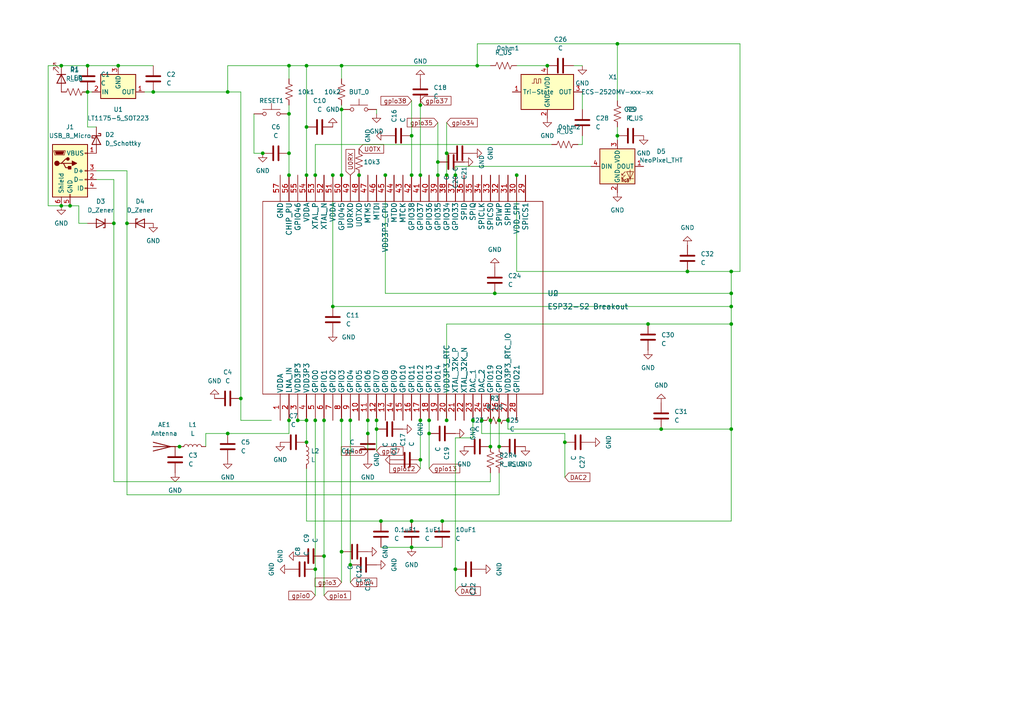
<source format=kicad_sch>
(kicad_sch (version 20230121) (generator eeschema)
  (paper "A4")
  (lib_symbols
    (symbol "2023-03-06_19-39-08:ESP32-S2FN4R2" (pin_names (offset 0.254))
      (property "Reference" "U" (at 35.56 10.16 0))
      (property "Value" "ESP32-S2FN4R2" (at 35.56 7.62 0))
      (symbol "ESP32-S2FN4R2_1_1"
        (polyline (pts (xy 7.62 -76.2) (xy 63.5 -76.2)) (stroke (width 0.127)))
        (polyline (pts (xy 7.62 5.08) (xy 7.62 -76.2)) (stroke (width 0.127)))
        (polyline (pts (xy 63.5 -76.2) (xy 63.5 5.08)) (stroke (width 0.127)))
        (polyline (pts (xy 63.5 5.08) (xy 7.62 5.08)) (stroke (width 0.127)))
        (pin power_in line (at 0 0 0) (length 7.62) (name "VDDA") (number "1"))
        (pin bidirectional line (at 0 -22.86 0) (length 7.62) (name "GPIO5") (number "10"))
        (pin bidirectional line (at 0 -25.4 0) (length 7.62) (name "GPIO6") (number "11"))
        (pin bidirectional line (at 0 -27.94 0) (length 7.62) (name "GPIO7") (number "12"))
        (pin bidirectional line (at 0 -30.48 0) (length 7.62) (name "GPIO8") (number "13"))
        (pin bidirectional line (at 0 -33.02 0) (length 7.62) (name "GPIO9") (number "14"))
        (pin bidirectional line (at 0 -35.56 0) (length 7.62) (name "GPIO10") (number "15"))
        (pin bidirectional line (at 0 -38.1 0) (length 7.62) (name "GPIO11") (number "16"))
        (pin bidirectional line (at 0 -40.64 0) (length 7.62) (name "GPIO12") (number "17"))
        (pin bidirectional line (at 0 -43.18 0) (length 7.62) (name "GPIO13") (number "18"))
        (pin bidirectional line (at 0 -45.72 0) (length 7.62) (name "GPIO14") (number "19"))
        (pin bidirectional line (at 0 -2.54 0) (length 7.62) (name "LNA_IN") (number "2"))
        (pin power_in line (at 0 -48.26 0) (length 7.62) (name "VDD3P3_RTC") (number "20"))
        (pin bidirectional line (at 0 -50.8 0) (length 7.62) (name "XTAL_32K_P") (number "21"))
        (pin bidirectional line (at 0 -53.34 0) (length 7.62) (name "XTAL_32K_N") (number "22"))
        (pin bidirectional line (at 0 -55.88 0) (length 7.62) (name "DAC_1") (number "23"))
        (pin bidirectional line (at 0 -58.42 0) (length 7.62) (name "DAC_2") (number "24"))
        (pin bidirectional line (at 0 -60.96 0) (length 7.62) (name "GPIO19") (number "25"))
        (pin bidirectional line (at 0 -63.5 0) (length 7.62) (name "GPIO20") (number "26"))
        (pin power_in line (at 0 -66.04 0) (length 7.62) (name "VDD3P3_RTC_IO") (number "27"))
        (pin bidirectional line (at 0 -68.58 0) (length 7.62) (name "GPIO21") (number "28"))
        (pin bidirectional line (at 71.12 -71.12 180) (length 7.62) (name "SPICS1") (number "29"))
        (pin power_in line (at 0 -5.08 0) (length 7.62) (name "VDD3P3") (number "3"))
        (pin power_in line (at 71.12 -68.58 180) (length 7.62) (name "VDD_SPI") (number "30"))
        (pin bidirectional line (at 71.12 -66.04 180) (length 7.62) (name "SPIHD") (number "31"))
        (pin bidirectional line (at 71.12 -63.5 180) (length 7.62) (name "SPIWP") (number "32"))
        (pin bidirectional line (at 71.12 -60.96 180) (length 7.62) (name "SPICS0") (number "33"))
        (pin bidirectional line (at 71.12 -58.42 180) (length 7.62) (name "SPICLK") (number "34"))
        (pin bidirectional line (at 71.12 -55.88 180) (length 7.62) (name "SPIQ") (number "35"))
        (pin bidirectional line (at 71.12 -53.34 180) (length 7.62) (name "SPID") (number "36"))
        (pin bidirectional line (at 71.12 -50.8 180) (length 7.62) (name "GPIO33") (number "37"))
        (pin bidirectional line (at 71.12 -48.26 180) (length 7.62) (name "GPIO34") (number "38"))
        (pin bidirectional line (at 71.12 -45.72 180) (length 7.62) (name "GPIO35") (number "39"))
        (pin power_in line (at 0 -7.62 0) (length 7.62) (name "VDD3P3") (number "4"))
        (pin bidirectional line (at 71.12 -43.18 180) (length 7.62) (name "GPIO36") (number "40"))
        (pin bidirectional line (at 71.12 -40.64 180) (length 7.62) (name "GPIO37") (number "41"))
        (pin bidirectional line (at 71.12 -38.1 180) (length 7.62) (name "GPIO38") (number "42"))
        (pin bidirectional line (at 71.12 -35.56 180) (length 7.62) (name "MTCK") (number "43"))
        (pin bidirectional line (at 71.12 -33.02 180) (length 7.62) (name "MTD0") (number "44"))
        (pin power_in line (at 71.12 -30.48 180) (length 7.62) (name "VDD3P3_CPU") (number "45"))
        (pin bidirectional line (at 71.12 -27.94 180) (length 7.62) (name "MTDI") (number "46"))
        (pin bidirectional line (at 71.12 -25.4 180) (length 7.62) (name "MTMS") (number "47"))
        (pin bidirectional line (at 71.12 -22.86 180) (length 7.62) (name "U0TXD") (number "48"))
        (pin bidirectional line (at 71.12 -20.32 180) (length 7.62) (name "U0RXD") (number "49"))
        (pin bidirectional line (at 0 -10.16 0) (length 7.62) (name "GPIO0") (number "5"))
        (pin bidirectional line (at 71.12 -17.78 180) (length 7.62) (name "GPIO45") (number "50"))
        (pin power_in line (at 71.12 -15.24 180) (length 7.62) (name "VDDA") (number "51"))
        (pin output line (at 71.12 -12.7 180) (length 7.62) (name "XTAL_N") (number "52"))
        (pin input line (at 71.12 -10.16 180) (length 7.62) (name "XTAL_P") (number "53"))
        (pin power_in line (at 71.12 -7.62 180) (length 7.62) (name "VDDA") (number "54"))
        (pin input line (at 71.12 -5.08 180) (length 7.62) (name "GPIO46") (number "55"))
        (pin input line (at 71.12 -2.54 180) (length 7.62) (name "CHIP_PU") (number "56"))
        (pin power_in line (at 71.12 0 180) (length 7.62) (name "GND") (number "57"))
        (pin bidirectional line (at 0 -12.7 0) (length 7.62) (name "GPIO1") (number "6"))
        (pin bidirectional line (at 0 -15.24 0) (length 7.62) (name "GPIO2") (number "7"))
        (pin bidirectional line (at 0 -17.78 0) (length 7.62) (name "GPIO3") (number "8"))
        (pin bidirectional line (at 0 -20.32 0) (length 7.62) (name "GPIO4") (number "9"))
      )
    )
    (symbol "Connector:USB_B_Micro" (pin_names (offset 1.016))
      (property "Reference" "J" (at -5.08 11.43 0))
      (property "Value" "USB_B_Micro" (at -5.08 8.89 0))
      (symbol "USB_B_Micro_0_1"
        (rectangle (start -5.08 -7.62) (end 5.08 7.62) (stroke (width 0.254)) (fill (type background)))
        (circle (center -3.81 2.159) (radius 0.635) (stroke (width 0.254)) (fill (type outline)))
        (circle (center -0.635 3.429) (radius 0.381) (stroke (width 0.254)) (fill (type outline)))
        (rectangle (start -0.127 -7.62) (end 0.127 -6.858))
        (polyline (pts (xy -1.905 2.159) (xy 0.635 2.159)) (stroke (width 0.254)))
        (polyline (pts (xy -3.175 2.159) (xy -2.54 2.159) (xy -1.27 3.429) (xy -0.635 3.429)) (stroke (width 0.254)))
        (polyline (pts (xy -2.54 2.159) (xy -1.905 2.159) (xy -1.27 0.889) (xy 0 0.889)) (stroke (width 0.254)))
        (polyline (pts (xy 0.635 2.794) (xy 0.635 1.524) (xy 1.905 2.159) (xy 0.635 2.794)) (stroke (width 0.254)) (fill (type outline)))
        (polyline (pts (xy -4.318 5.588) (xy -1.778 5.588) (xy -2.032 4.826) (xy -4.064 4.826) (xy -4.318 5.588)) (fill (type outline)))
        (polyline (pts (xy -4.699 5.842) (xy -4.699 5.588) (xy -4.445 4.826) (xy -4.445 4.572) (xy -1.651 4.572) (xy -1.651 4.826) (xy -1.397 5.588) (xy -1.397 5.842) (xy -4.699 5.842)))
        (rectangle (start 0.254 1.27) (end -0.508 0.508) (stroke (width 0.254)) (fill (type outline)))
        (rectangle (start 5.08 -5.207) (end 4.318 -4.953))
        (rectangle (start 5.08 -2.667) (end 4.318 -2.413))
        (rectangle (start 5.08 -0.127) (end 4.318 0.127))
        (rectangle (start 5.08 4.953) (end 4.318 5.207))
      )
      (symbol "USB_B_Micro_1_1"
        (pin power_out line (at 7.62 5.08 180) (length 2.54) (name "VBUS") (number "1"))
        (pin bidirectional line (at 7.62 -2.54 180) (length 2.54) (name "D-") (number "2"))
        (pin bidirectional line (at 7.62 0 180) (length 2.54) (name "D+") (number "3"))
        (pin passive line (at 7.62 -5.08 180) (length 2.54) (name "ID") (number "4"))
        (pin power_out line (at 0 -10.16 90) (length 2.54) (name "GND") (number "5"))
        (pin passive line (at -2.54 -10.16 90) (length 2.54) (name "Shield") (number "6"))
      )
    )
    (symbol "Device:Antenna" (pin_numbers hide) (pin_names (offset 1.016) hide)
      (property "Reference" "AE" (at -1.905 1.905 0))
      (property "Value" "Antenna" (at -1.905 0 0))
      (symbol "Antenna_0_1"
        (polyline (pts (xy 0 2.54) (xy 0 -3.81)) (stroke (width 0.254)))
        (polyline (pts (xy 1.27 2.54) (xy 0 -2.54) (xy -1.27 2.54)) (stroke (width 0.254)))
      )
      (symbol "Antenna_1_1"
        (pin input line (at 0 -5.08 90) (length 2.54) (name "A") (number "1"))
      )
    )
    (symbol "Device:C" (pin_numbers hide) (pin_names (offset 0.254))
      (property "Reference" "C" (at 0.635 2.54 0))
      (property "Value" "C" (at 0.635 -2.54 0))
      (symbol "C_0_1"
        (polyline (pts (xy -2.032 -0.762) (xy 2.032 -0.762)) (stroke (width 0.508)))
        (polyline (pts (xy -2.032 0.762) (xy 2.032 0.762)) (stroke (width 0.508)))
      )
      (symbol "C_1_1"
        (pin passive line (at 0 3.81 270) (length 2.794) (name "~") (number "1"))
        (pin passive line (at 0 -3.81 90) (length 2.794) (name "~") (number "2"))
      )
    )
    (symbol "Device:D_Schottky" (pin_numbers hide) (pin_names (offset 1.016) hide)
      (property "Reference" "D" (at 0 2.54 0))
      (property "Value" "D_Schottky" (at 0 -2.54 0))
      (symbol "D_Schottky_0_1"
        (polyline (pts (xy 1.27 0) (xy -1.27 0)))
        (polyline (pts (xy 1.27 1.27) (xy 1.27 -1.27) (xy -1.27 0) (xy 1.27 1.27)) (stroke (width 0.254)))
        (polyline (pts (xy -1.905 0.635) (xy -1.905 1.27) (xy -1.27 1.27) (xy -1.27 -1.27) (xy -0.635 -1.27) (xy -0.635 -0.635)) (stroke (width 0.254)))
      )
      (symbol "D_Schottky_1_1"
        (pin passive line (at -3.81 0 0) (length 2.54) (name "K") (number "1"))
        (pin passive line (at 3.81 0 180) (length 2.54) (name "A") (number "2"))
      )
    )
    (symbol "Device:D_Zener" (pin_numbers hide) (pin_names (offset 1.016) hide)
      (property "Reference" "D" (at 0 2.54 0))
      (property "Value" "D_Zener" (at 0 -2.54 0))
      (symbol "D_Zener_0_1"
        (polyline (pts (xy 1.27 0) (xy -1.27 0)))
        (polyline (pts (xy -1.27 -1.27) (xy -1.27 1.27) (xy -0.762 1.27)) (stroke (width 0.254)))
        (polyline (pts (xy 1.27 -1.27) (xy 1.27 1.27) (xy -1.27 0) (xy 1.27 -1.27)) (stroke (width 0.254)))
      )
      (symbol "D_Zener_1_1"
        (pin passive line (at -3.81 0 0) (length 2.54) (name "K") (number "1"))
        (pin passive line (at 3.81 0 180) (length 2.54) (name "A") (number "2"))
      )
    )
    (symbol "Device:L" (pin_numbers hide) (pin_names (offset 1.016) hide)
      (property "Reference" "L" (at -1.27 0 90))
      (property "Value" "L" (at 1.905 0 90))
      (symbol "L_0_1"
        (arc (start 0 -2.54) (mid 0.6323 -1.905) (end 0 -1.27))
        (arc (start 0 -1.27) (mid 0.6323 -0.635) (end 0 0))
        (arc (start 0 0) (mid 0.6323 0.635) (end 0 1.27))
        (arc (start 0 1.27) (mid 0.6323 1.905) (end 0 2.54))
      )
      (symbol "L_1_1"
        (pin passive line (at 0 3.81 270) (length 1.27) (name "1") (number "1"))
        (pin passive line (at 0 -3.81 90) (length 1.27) (name "2") (number "2"))
      )
    )
    (symbol "Device:LED" (pin_numbers hide) (pin_names (offset 1.016) hide)
      (property "Reference" "D" (at 0 2.54 0))
      (property "Value" "LED" (at 0 -2.54 0))
      (symbol "LED_0_1"
        (polyline (pts (xy -1.27 -1.27) (xy -1.27 1.27)) (stroke (width 0.254)))
        (polyline (pts (xy -1.27 0) (xy 1.27 0)))
        (polyline (pts (xy 1.27 -1.27) (xy 1.27 1.27) (xy -1.27 0) (xy 1.27 -1.27)) (stroke (width 0.254)))
        (polyline (pts (xy -3.048 -0.762) (xy -4.572 -2.286) (xy -3.81 -2.286) (xy -4.572 -2.286) (xy -4.572 -1.524)))
        (polyline (pts (xy -1.778 -0.762) (xy -3.302 -2.286) (xy -2.54 -2.286) (xy -3.302 -2.286) (xy -3.302 -1.524)))
      )
      (symbol "LED_1_1"
        (pin passive line (at -3.81 0 0) (length 2.54) (name "K") (number "1"))
        (pin passive line (at 3.81 0 180) (length 2.54) (name "A") (number "2"))
      )
    )
    (symbol "Device:R_US" (pin_numbers hide) (pin_names (offset 0))
      (property "Reference" "R" (at 2.54 0 90))
      (property "Value" "R_US" (at -2.54 0 90))
      (symbol "R_US_0_1"
        (polyline (pts (xy 0 -2.286) (xy 0 -2.54)))
        (polyline (pts (xy 0 2.286) (xy 0 2.54)))
        (polyline (pts (xy 0 -0.762) (xy 1.016 -1.143) (xy 0 -1.524) (xy -1.016 -1.905) (xy 0 -2.286)))
        (polyline (pts (xy 0 0.762) (xy 1.016 0.381) (xy 0 0) (xy -1.016 -0.381) (xy 0 -0.762)))
        (polyline (pts (xy 0 2.286) (xy 1.016 1.905) (xy 0 1.524) (xy -1.016 1.143) (xy 0 0.762)))
      )
      (symbol "R_US_1_1"
        (pin passive line (at 0 3.81 270) (length 1.27) (name "~") (number "1"))
        (pin passive line (at 0 -3.81 90) (length 1.27) (name "~") (number "2"))
      )
    )
    (symbol "LED:NeoPixel_THT" (pin_names (offset 0.254))
      (property "Reference" "D" (at 5.08 5.715 0))
      (property "Value" "NeoPixel_THT" (at 1.27 -5.715 0))
      (symbol "NeoPixel_THT_0_0"
        (text "RGB" (at 2.286 -4.191 0) (effects (font (size 0.762 0.762))))
      )
      (symbol "NeoPixel_THT_0_1"
        (polyline (pts (xy 1.27 -3.556) (xy 1.778 -3.556)))
        (polyline (pts (xy 1.27 -2.54) (xy 1.778 -2.54)))
        (polyline (pts (xy 4.699 -3.556) (xy 2.667 -3.556)))
        (polyline (pts (xy 2.286 -2.54) (xy 1.27 -3.556) (xy 1.27 -3.048)))
        (polyline (pts (xy 2.286 -1.524) (xy 1.27 -2.54) (xy 1.27 -2.032)))
        (polyline (pts (xy 3.683 -1.016) (xy 3.683 -3.556) (xy 3.683 -4.064)))
        (polyline (pts (xy 4.699 -1.524) (xy 2.667 -1.524) (xy 3.683 -3.556) (xy 4.699 -1.524)))
        (rectangle (start 5.08 5.08) (end -5.08 -5.08) (stroke (width 0.254)) (fill (type background)))
      )
      (symbol "NeoPixel_THT_1_1"
        (pin output line (at 7.62 0 180) (length 2.54) (name "DOUT") (number "1"))
        (pin power_in line (at 0 -7.62 90) (length 2.54) (name "GND") (number "2"))
        (pin power_in line (at 0 7.62 270) (length 2.54) (name "VDD") (number "3"))
        (pin input line (at -7.62 0 0) (length 2.54) (name "DIN") (number "4"))
      )
    )
    (symbol "Oscillator:ECS-2520MV-xxx-xx"
      (property "Reference" "X" (at -5.08 6.35 0))
      (property "Value" "ECS-2520MV-xxx-xx" (at 1.27 -6.35 0))
      (symbol "ECS-2520MV-xxx-xx_0_1"
        (rectangle (start -7.62 5.08) (end 7.62 -5.08) (stroke (width 0.254)) (fill (type background)))
        (polyline (pts (xy -4.445 2.54) (xy -3.81 2.54) (xy -3.81 3.81) (xy -3.175 3.81) (xy -3.175 2.54) (xy -2.54 2.54) (xy -2.54 3.81) (xy -1.905 3.81) (xy -1.905 2.54)))
      )
      (symbol "ECS-2520MV-xxx-xx_1_1"
        (pin input line (at -10.16 0 0) (length 2.54) (name "Tri-State") (number "1"))
        (pin power_in line (at 0 -7.62 90) (length 2.54) (name "GND") (number "2"))
        (pin output line (at 10.16 0 180) (length 2.54) (name "OUT") (number "3"))
        (pin power_in line (at 0 7.62 270) (length 2.54) (name "VDD") (number "4"))
      )
    )
    (symbol "Regulator_Linear:LT1175-5_SOT223" (pin_names (offset 0.254))
      (property "Reference" "U" (at -3.81 -3.175 0))
      (property "Value" "LT1175-5_SOT223" (at 0 -3.175 0))
      (symbol "LT1175-5_SOT223_0_1"
        (rectangle (start -5.08 -1.905) (end 5.08 5.08) (stroke (width 0.254)) (fill (type background)))
      )
      (symbol "LT1175-5_SOT223_1_1"
        (pin power_out line (at 7.62 0 180) (length 2.54) (name "OUT") (number "1"))
        (pin power_in line (at -7.62 0 0) (length 2.54) (name "IN") (number "2"))
        (pin power_in line (at 0 7.62 270) (length 2.54) (name "GND") (number "3"))
      )
    )
    (symbol "Switch:SW_Push" (pin_numbers hide) (pin_names (offset 1.016) hide)
      (property "Reference" "SW" (at 1.27 2.54 0))
      (property "Value" "SW_Push" (at 0 -1.524 0))
      (symbol "SW_Push_0_1"
        (circle (center -2.032 0) (radius 0.508))
        (polyline (pts (xy 0 1.27) (xy 0 3.048)))
        (polyline (pts (xy 2.54 1.27) (xy -2.54 1.27)))
        (circle (center 2.032 0) (radius 0.508))
        (pin passive line (at -5.08 0 0) (length 2.54) (name "1") (number "1"))
        (pin passive line (at 5.08 0 180) (length 2.54) (name "2") (number "2"))
      )
    )
    (symbol "power:GND" (power) (pin_names (offset 0))
      (property "Value" "GND" (at 0 -3.81 0))
      (symbol "GND_0_1"
        (polyline (pts (xy 0 0) (xy 0 -1.27) (xy 1.27 -1.27) (xy 0 -2.54) (xy -1.27 -1.27) (xy 0 -1.27)))
      )
      (symbol "GND_1_1"
        (pin power_in line (at 0 0 270) (length 0) hide (name "GND") (number "1"))
      )
    )
  )
  (junction (at 83.82 121.92))
  (junction (at 124.46 121.92))
  (junction (at 149.86 50.8))
  (junction (at 91.44 165.1))
  (junction (at 127 50.8))
  (junction (at 191.77 124.46))
  (junction (at 179.07 39.37))
  (junction (at 137.16 121.92))
  (junction (at 25.4 19.05))
  (junction (at 110.49 151.13))
  (junction (at 119.38 151.13))
  (junction (at 88.9 121.92))
  (junction (at 17.78 59.69))
  (junction (at 66.04 26.67))
  (junction (at 83.82 19.05))
  (junction (at 187.96 93.98))
  (junction (at 69.85 115.57))
  (junction (at 52.07 129.54))
  (junction (at 121.92 121.92))
  (junction (at 163.83 128.27))
  (junction (at 143.51 85.09))
  (junction (at 25.4 26.67))
  (junction (at 34.29 19.05))
  (junction (at 99.06 160.02))
  (junction (at 106.68 125.73))
  (junction (at 111.76 50.8))
  (junction (at 44.45 26.67))
  (junction (at 142.24 121.92))
  (junction (at 99.06 19.05))
  (junction (at 119.38 158.75))
  (junction (at 138.43 19.05))
  (junction (at 127 46.99))
  (junction (at 158.75 19.05))
  (junction (at 99.06 121.92))
  (junction (at 96.52 88.9))
  (junction (at 83.82 50.8))
  (junction (at 91.44 121.92))
  (junction (at 121.92 30.48))
  (junction (at 139.7 121.92))
  (junction (at 93.98 121.92))
  (junction (at 129.54 44.45))
  (junction (at 128.27 151.13))
  (junction (at 101.6 121.92))
  (junction (at 212.09 93.98))
  (junction (at 88.9 128.27))
  (junction (at 121.92 50.8))
  (junction (at 86.36 121.92))
  (junction (at 76.2 44.45))
  (junction (at 66.04 125.73))
  (junction (at 132.08 50.8))
  (junction (at 132.08 165.1))
  (junction (at 199.39 78.74))
  (junction (at 212.09 85.09))
  (junction (at 104.14 50.8))
  (junction (at 88.9 50.8))
  (junction (at 119.38 50.8))
  (junction (at 121.92 133.35))
  (junction (at 101.6 163.83))
  (junction (at 109.22 121.92))
  (junction (at 17.78 19.05))
  (junction (at 88.9 36.83))
  (junction (at 88.9 19.05))
  (junction (at 144.78 129.54))
  (junction (at 106.68 121.92))
  (junction (at 83.82 33.02))
  (junction (at 212.09 78.74))
  (junction (at 142.24 129.54))
  (junction (at 20.32 59.69))
  (junction (at 109.22 124.46))
  (junction (at 212.09 88.9))
  (junction (at 83.82 44.45))
  (junction (at 93.98 161.29))
  (junction (at 91.44 50.8))
  (junction (at 147.32 121.92))
  (junction (at 212.09 124.46))
  (junction (at 33.02 64.77))
  (junction (at 179.07 12.7))
  (junction (at 119.38 39.37))
  (junction (at 129.54 50.8))
  (junction (at 144.78 121.92))
  (junction (at 129.54 121.92))
  (junction (at 96.52 50.8))
  (junction (at 99.06 50.8))
  (junction (at 36.83 64.77))
  (junction (at 124.46 125.73))
  (junction (at 99.06 31.75))
  (wire (pts (xy 17.78 59.69) (xy 13.97 59.69)))
  (wire (pts (xy 163.83 125.73) (xy 163.83 128.27)))
  (wire (pts (xy 119.38 151.13) (xy 110.49 151.13)))
  (wire (pts (xy 119.38 39.37) (xy 119.38 50.8)))
  (wire (pts (xy 191.77 124.46) (xy 212.09 124.46)))
  (wire (pts (xy 168.91 31.75) (xy 168.91 26.67)))
  (wire (pts (xy 127 35.56) (xy 127 46.99)))
  (wire (pts (xy 179.07 39.37) (xy 179.07 36.83)))
  (wire (pts (xy 83.82 19.05) (xy 88.9 19.05)))
  (wire (pts (xy 33.02 52.07) (xy 33.02 64.77)))
  (wire (pts (xy 101.6 163.83) (xy 101.6 168.91)))
  (wire (pts (xy 34.29 19.05) (xy 44.45 19.05)))
  (wire (pts (xy 119.38 158.75) (xy 128.27 158.75)))
  (wire (pts (xy 139.7 121.92) (xy 139.7 125.73)))
  (wire (pts (xy 121.92 121.92) (xy 121.92 133.35)))
  (wire (pts (xy 69.85 121.92) (xy 69.85 115.57)))
  (wire (pts (xy 121.92 30.48) (xy 121.92 50.8)))
  (wire (pts (xy 88.9 19.05) (xy 88.9 36.83)))
  (wire (pts (xy 171.45 48.26) (xy 132.08 48.26)))
  (wire (pts (xy 36.83 49.53) (xy 36.83 64.77)))
  (wire (pts (xy 132.08 127) (xy 132.08 165.1)))
  (wire (pts (xy 142.24 121.92) (xy 142.24 129.54)))
  (wire (pts (xy 179.07 29.21) (xy 179.07 12.7)))
  (wire (pts (xy 109.22 124.46) (xy 109.22 130.81)))
  (wire (pts (xy 13.97 19.05) (xy 17.78 19.05)))
  (wire (pts (xy 129.54 35.56) (xy 129.54 44.45)))
  (wire (pts (xy 99.06 121.92) (xy 99.06 160.02)))
  (wire (pts (xy 168.91 41.91) (xy 168.91 39.37)))
  (wire (pts (xy 50.8 129.54) (xy 52.07 129.54)))
  (wire (pts (xy 99.06 19.05) (xy 138.43 19.05)))
  (wire (pts (xy 33.02 139.7) (xy 142.24 139.7)))
  (wire (pts (xy 138.43 19.05) (xy 142.24 19.05)))
  (wire (pts (xy 179.07 12.7) (xy 214.63 12.7)))
  (wire (pts (xy 25.4 26.67) (xy 25.4 36.83)))
  (wire (pts (xy 132.08 165.1) (xy 132.08 171.45)))
  (wire (pts (xy 129.54 93.98) (xy 187.96 93.98)))
  (wire (pts (xy 109.22 121.92) (xy 109.22 124.46)))
  (wire (pts (xy 149.86 19.05) (xy 158.75 19.05)))
  (wire (pts (xy 59.69 125.73) (xy 59.69 129.54)))
  (wire (pts (xy 99.06 31.75) (xy 99.06 50.8)))
  (wire (pts (xy 96.52 88.9) (xy 212.09 88.9)))
  (wire (pts (xy 143.51 85.09) (xy 212.09 85.09)))
  (wire (pts (xy 91.44 165.1) (xy 91.44 172.72)))
  (wire (pts (xy 111.76 85.09) (xy 143.51 85.09)))
  (wire (pts (xy 86.36 121.92) (xy 88.9 121.92)))
  (wire (pts (xy 110.49 158.75) (xy 119.38 158.75)))
  (wire (pts (xy 119.38 29.21) (xy 119.38 39.37)))
  (wire (pts (xy 212.09 78.74) (xy 212.09 85.09)))
  (wire (pts (xy 212.09 88.9) (xy 212.09 93.98)))
  (wire (pts (xy 163.83 128.27) (xy 163.83 138.43)))
  (wire (pts (xy 167.64 41.91) (xy 168.91 41.91)))
  (wire (pts (xy 88.9 36.83) (xy 88.9 50.8)))
  (wire (pts (xy 22.86 59.69) (xy 20.32 59.69)))
  (wire (pts (xy 101.6 121.92) (xy 101.6 163.83)))
  (wire (pts (xy 36.83 49.53) (xy 27.94 49.53)))
  (wire (pts (xy 111.76 50.8) (xy 111.76 85.09)))
  (wire (pts (xy 127 46.99) (xy 127 50.8)))
  (wire (pts (xy 25.4 64.77) (xy 22.86 64.77)))
  (wire (pts (xy 147.32 124.46) (xy 191.77 124.46)))
  (wire (pts (xy 132.08 48.26) (xy 132.08 50.8)))
  (wire (pts (xy 83.82 50.8) (xy 83.82 52.07)))
  (wire (pts (xy 93.98 161.29) (xy 93.98 172.72)))
  (wire (pts (xy 13.97 19.05) (xy 13.97 59.69)))
  (wire (pts (xy 137.16 127) (xy 132.08 127)))
  (wire (pts (xy 66.04 26.67) (xy 66.04 19.05)))
  (wire (pts (xy 99.06 19.05) (xy 99.06 22.86)))
  (wire (pts (xy 144.78 121.92) (xy 144.78 129.54)))
  (wire (pts (xy 44.45 26.67) (xy 41.91 26.67)))
  (wire (pts (xy 36.83 64.77) (xy 36.83 143.51)))
  (wire (pts (xy 106.68 121.92) (xy 106.68 125.73)))
  (wire (pts (xy 149.86 50.8) (xy 149.86 78.74)))
  (wire (pts (xy 137.16 121.92) (xy 137.16 127)))
  (wire (pts (xy 139.7 125.73) (xy 163.83 125.73)))
  (wire (pts (xy 83.82 19.05) (xy 83.82 22.86)))
  (wire (pts (xy 212.09 124.46) (xy 212.09 151.13)))
  (wire (pts (xy 99.06 30.48) (xy 99.06 31.75)))
  (wire (pts (xy 88.9 121.92) (xy 88.9 128.27)))
  (wire (pts (xy 83.82 30.48) (xy 83.82 33.02)))
  (wire (pts (xy 36.83 143.51) (xy 144.78 143.51)))
  (wire (pts (xy 44.45 26.67) (xy 66.04 26.67)))
  (wire (pts (xy 25.4 19.05) (xy 34.29 19.05)))
  (wire (pts (xy 121.92 133.35) (xy 121.92 135.89)))
  (wire (pts (xy 212.09 151.13) (xy 128.27 151.13)))
  (wire (pts (xy 66.04 125.73) (xy 59.69 125.73)))
  (wire (pts (xy 17.78 59.69) (xy 20.32 59.69)))
  (wire (pts (xy 106.68 125.73) (xy 106.68 130.81)))
  (wire (pts (xy 66.04 19.05) (xy 83.82 19.05)))
  (wire (pts (xy 124.46 125.73) (xy 124.46 135.89)))
  (wire (pts (xy 128.27 151.13) (xy 119.38 151.13)))
  (wire (pts (xy 91.44 50.8) (xy 91.44 41.91)))
  (wire (pts (xy 88.9 135.89) (xy 88.9 151.13)))
  (wire (pts (xy 22.86 64.77) (xy 22.86 59.69)))
  (wire (pts (xy 33.02 64.77) (xy 33.02 139.7)))
  (wire (pts (xy 73.66 44.45) (xy 76.2 44.45)))
  (wire (pts (xy 199.39 78.74) (xy 212.09 78.74)))
  (wire (pts (xy 25.4 26.67) (xy 26.67 26.67)))
  (wire (pts (xy 83.82 33.02) (xy 83.82 44.45)))
  (wire (pts (xy 124.46 121.92) (xy 124.46 125.73)))
  (wire (pts (xy 69.85 26.67) (xy 66.04 26.67)))
  (wire (pts (xy 129.54 121.92) (xy 129.54 93.98)))
  (wire (pts (xy 78.74 121.92) (xy 69.85 121.92)))
  (wire (pts (xy 96.52 50.8) (xy 96.52 88.9)))
  (wire (pts (xy 17.78 19.05) (xy 25.4 19.05)))
  (wire (pts (xy 138.43 12.7) (xy 138.43 19.05)))
  (wire (pts (xy 83.82 121.92) (xy 83.82 125.73)))
  (wire (pts (xy 83.82 125.73) (xy 66.04 125.73)))
  (wire (pts (xy 212.09 93.98) (xy 212.09 124.46)))
  (wire (pts (xy 144.78 143.51) (xy 144.78 137.16)))
  (wire (pts (xy 25.4 36.83) (xy 27.94 36.83)))
  (wire (pts (xy 147.32 121.92) (xy 147.32 124.46)))
  (wire (pts (xy 24.13 26.67) (xy 25.4 26.67)))
  (wire (pts (xy 166.37 19.05) (xy 168.91 19.05)))
  (wire (pts (xy 187.96 93.98) (xy 212.09 93.98)))
  (wire (pts (xy 149.86 78.74) (xy 199.39 78.74)))
  (wire (pts (xy 121.92 29.21) (xy 121.92 30.48)))
  (wire (pts (xy 179.07 40.64) (xy 179.07 39.37)))
  (wire (pts (xy 142.24 137.16) (xy 142.24 139.7)))
  (wire (pts (xy 129.54 44.45) (xy 129.54 50.8)))
  (wire (pts (xy 99.06 160.02) (xy 99.06 168.91)))
  (wire (pts (xy 110.49 151.13) (xy 88.9 151.13)))
  (wire (pts (xy 179.07 12.7) (xy 138.43 12.7)))
  (wire (pts (xy 83.82 44.45) (xy 83.82 50.8)))
  (wire (pts (xy 91.44 121.92) (xy 91.44 165.1)))
  (wire (pts (xy 88.9 19.05) (xy 99.06 19.05)))
  (wire (pts (xy 73.66 33.02) (xy 73.66 44.45)))
  (wire (pts (xy 212.09 85.09) (xy 212.09 88.9)))
  (wire (pts (xy 69.85 115.57) (xy 69.85 26.67)))
  (wire (pts (xy 91.44 41.91) (xy 160.02 41.91)))
  (wire (pts (xy 214.63 12.7) (xy 214.63 78.74)))
  (wire (pts (xy 214.63 78.74) (xy 212.09 78.74)))
  (wire (pts (xy 27.94 52.07) (xy 33.02 52.07)))
  (wire (pts (xy 93.98 121.92) (xy 93.98 161.29)))
  (wire (pts (xy 109.22 31.75) (xy 109.22 33.02)))
  (global_label "gpio12" (shape input) (at 121.92 135.89 180) (property "Intersheetrefs" "${INTERSHEET_REFS}" (effects hide)))
  (global_label "gpio37" (shape input) (at 121.92 29.21 0) (property "Intersheetrefs" "${INTERSHEET_REFS}" (effects hide)))
  (global_label "U0RX" (shape input) (at 101.6 50.8 90) (property "Intersheetrefs" "${INTERSHEET_REFS}" (effects hide)))
  (global_label "gpio6" (shape input) (at 106.68 130.81 180) (property "Intersheetrefs" "${INTERSHEET_REFS}" (effects hide)))
  (global_label "gpio13" (shape input) (at 124.46 135.89 0) (property "Intersheetrefs" "${INTERSHEET_REFS}" (effects hide)))
  (global_label "gpio35" (shape input) (at 127 35.56 180) (property "Intersheetrefs" "${INTERSHEET_REFS}" (effects hide)))
  (global_label "U0TX" (shape input) (at 104.14 43.18 0) (property "Intersheetrefs" "${INTERSHEET_REFS}" (effects hide)))
  (global_label "gpio3" (shape input) (at 99.06 168.91 180) (property "Intersheetrefs" "${INTERSHEET_REFS}" (effects hide)))
  (global_label "DAC2" (shape input) (at 163.83 138.43 0) (property "Intersheetrefs" "${INTERSHEET_REFS}" (effects hide)))
  (global_label "gpio4" (shape input) (at 101.6 168.91 0) (property "Intersheetrefs" "${INTERSHEET_REFS}" (effects hide)))
  (global_label "gpio7" (shape input) (at 109.22 130.81 0) (property "Intersheetrefs" "${INTERSHEET_REFS}" (effects hide)))
  (global_label "gpio1" (shape input) (at 93.98 172.72 0) (property "Intersheetrefs" "${INTERSHEET_REFS}" (effects hide)))
  (global_label "gpio38" (shape input) (at 119.38 29.21 180) (property "Intersheetrefs" "${INTERSHEET_REFS}" (effects hide)))
  (global_label "gpio0" (shape input) (at 91.44 172.72 180) (property "Intersheetrefs" "${INTERSHEET_REFS}" (effects hide)))
  (global_label "DAC1" (shape input) (at 132.08 171.45 0) (property "Intersheetrefs" "${INTERSHEET_REFS}" (effects hide)))
  (global_label "gpio34" (shape input) (at 129.54 35.56 0) (property "Intersheetrefs" "${INTERSHEET_REFS}" (effects hide)))
  (symbol (lib_id "Switch:SW_Push") (at 78.74 33.02 0) (unit 1)
    (property "Reference" "RESET1" (at 78.74 29.21 0))
    (property "Value" "SW_Push" (effects hide))
    (property "Footprint" "Button_Switch_SMD:SW_SPST_FSMSM" (effects hide))
  )
  (symbol (lib_id "power:GND") (at 76.2 44.45 0) (unit 1)
    (property "Reference" "#PWR0106" (effects hide))
    (property "Value" "GND" (at 76.2 49.53 0))
  )
  (symbol (lib_id "power:GND") (at 44.45 64.77 0) (unit 1)
    (property "Reference" "#PWR0115" (effects hide))
    (property "Value" "GND" (at 44.45 69.85 0))
  )
  (symbol (lib_id "Device:C") (at 87.63 165.1 90) (unit 1)
    (property "Reference" "C8" (at 86.3599 161.29 0) (effects (justify left)))
    (property "Value" "C" (at 88.8999 161.29 0) (effects (justify left)))
    (property "Footprint" "Capacitor_SMD:C_0805_2012Metric" (effects hide))
  )
  (symbol (lib_id "Device:C") (at 80.01 44.45 90) (unit 1)
    (property "Reference" "C6" (at 80.01 36.83 90))
    (property "Value" "C" (at 80.01 39.37 90))
    (property "Footprint" "Capacitor_SMD:C_0805_2012Metric" (effects hide))
  )
  (symbol (lib_id "power:GND") (at 83.82 165.1 270) (unit 1)
    (property "Reference" "#PWR0119" (effects hide))
    (property "Value" "GND" (at 78.74 165.1 0))
  )
  (symbol (lib_id "Device:C") (at 167.64 128.27 270) (unit 1)
    (property "Reference" "C27" (at 168.9101 132.08 0) (effects (justify left)))
    (property "Value" "C" (at 166.3701 132.08 0) (effects (justify left)))
    (property "Footprint" "Capacitor_SMD:C_0805_2012Metric" (effects hide))
  )
  (symbol (lib_id "Device:R_US") (at 83.82 26.67 0) (unit 1)
    (property "Reference" "10k1" (at 86.36 26.67 0) (effects (justify left)))
    (property "Value" "R_US" (effects hide))
    (property "Footprint" "Resistor_SMD:R_0805_2012Metric" (effects hide))
  )
  (symbol (lib_id "power:GND") (at 199.39 71.12 180) (unit 1)
    (property "Reference" "#PWR0131" (effects hide))
    (property "Value" "GND" (at 199.39 66.04 0))
  )
  (symbol (lib_id "Device:Antenna") (at 46.99 129.54 90) (unit 1)
    (property "Reference" "AE1" (at 47.625 123.19 90))
    (property "Value" "Antenna" (at 47.625 125.73 90))
    (property "Footprint" "RF_Antenna:Texas_SWRA117D_2.4GHz_Left" (effects hide))
  )
  (symbol (lib_id "Device:C") (at 66.04 115.57 90) (unit 1)
    (property "Reference" "C4" (at 66.04 107.95 90))
    (property "Value" "C" (at 66.04 110.49 90))
    (property "Footprint" "Capacitor_SMD:C_0805_2012Metric" (effects hide))
  )
  (symbol (lib_id "Device:C") (at 119.38 154.94 180) (unit 1)
    (property "Reference" "1uF1" (at 123.19 153.6699 0) (effects (justify right)))
    (property "Value" "C" (at 123.19 156.2099 0) (effects (justify right)))
    (property "Footprint" "Capacitor_SMD:C_0805_2012Metric" (effects hide))
  )
  (symbol (lib_id "2023-03-06_19-39-08:ESP32-S2FN4R2") (at 81.28 121.92 90) (unit 1)
    (property "Reference" "U0" (at 158.75 85.09 90) (effects (font (size 1.524 1.524)) (justify right)))
    (property "Value" "ESP32-S2 Breakout" (at 158.75 88.9 90) (effects (font (size 1.524 1.524)) (justify right)))
    (property "Footprint" "Package_DFN_QFN:QFN-56-1EP_7x7mm_P0.4mm_EP3.2x3.2mm" (effects hide))
  )
  (symbol (lib_id "Device:R_US") (at 21.59 26.67 90) (unit 1)
    (property "Reference" "R1" (at 21.59 20.32 90))
    (property "Value" "R_US" (at 21.59 22.86 90))
    (property "Footprint" "Resistor_SMD:R_0805_2012Metric" (effects hide))
  )
  (symbol (lib_id "Device:C") (at 191.77 120.65 0) (unit 1)
    (property "Reference" "C31" (at 195.58 119.3799 0) (effects (justify left)))
    (property "Value" "C" (at 195.58 121.9199 0) (effects (justify left)))
    (property "Footprint" "Capacitor_SMD:C_0805_2012Metric" (effects hide))
  )
  (symbol (lib_id "Device:C") (at 118.11 133.35 90) (unit 1)
    (property "Reference" "C17" (at 116.8399 129.54 0) (effects (justify left)))
    (property "Value" "C" (at 119.3799 129.54 0) (effects (justify left)))
    (property "Footprint" "Capacitor_SMD:C_0805_2012Metric" (effects hide))
  )
  (symbol (lib_id "power:GND") (at 114.3 133.35 270) (unit 1)
    (property "Reference" "#PWR0104" (effects hide))
    (property "Value" "GND" (at 109.22 133.35 0))
  )
  (symbol (lib_id "power:GND") (at 137.16 44.45 90) (unit 1)
    (property "Reference" "#PWR0108" (effects hide))
    (property "Value" "GND" (at 142.24 44.45 0))
  )
  (symbol (lib_id "Device:C") (at 182.88 39.37 90) (unit 1)
    (property "Reference" "C29" (at 182.88 31.75 90))
    (property "Value" "C" (at 182.88 34.29 90))
    (property "Footprint" "Capacitor_SMD:C_0805_2012Metric" (effects hide))
  )
  (symbol (lib_id "Device:C") (at 92.71 36.83 90) (unit 1)
    (property "Reference" "C10" (at 92.71 29.21 90))
    (property "Value" "C" (at 92.71 31.75 90))
    (property "Footprint" "Capacitor_SMD:C_0805_2012Metric" (effects hide))
  )
  (symbol (lib_id "Device:C") (at 135.89 165.1 270) (unit 1)
    (property "Reference" "C22" (at 137.1601 168.91 0) (effects (justify left)))
    (property "Value" "C" (at 134.6201 168.91 0) (effects (justify left)))
    (property "Footprint" "Capacitor_SMD:C_0805_2012Metric" (effects hide))
  )
  (symbol (lib_id "power:GND") (at 168.91 19.05 0) (unit 1)
    (property "Reference" "#PWR0129" (effects hide))
    (property "Value" "GND" (at 168.91 24.13 0))
  )
  (symbol (lib_id "power:GND") (at 62.23 115.57 180) (unit 1)
    (property "Reference" "#PWR0116" (effects hide))
    (property "Value" "GND" (at 62.23 110.49 0))
  )
  (symbol (lib_id "Device:C") (at 106.68 129.54 180) (unit 1)
    (property "Reference" "C14" (at 102.87 130.8101 0) (effects (justify left)))
    (property "Value" "C" (at 102.87 128.2701 0) (effects (justify left)))
    (property "Footprint" "Capacitor_SMD:C_0805_2012Metric" (effects hide))
  )
  (symbol (lib_id "power:GND") (at 171.45 128.27 90) (unit 1)
    (property "Reference" "#PWR0134" (effects hide))
    (property "Value" "GND" (at 176.53 128.27 0))
  )
  (symbol (lib_id "Device:C") (at 110.49 154.94 180) (unit 1)
    (property "Reference" "0.1uF1" (at 114.3 153.6699 0) (effects (justify right)))
    (property "Value" "C" (at 114.3 156.2099 0) (effects (justify right)))
    (property "Footprint" "Capacitor_SMD:C_0805_2012Metric" (effects hide))
  )
  (symbol (lib_id "Device:C") (at 143.51 81.28 0) (unit 1)
    (property "Reference" "C24" (at 147.32 80.0099 0) (effects (justify left)))
    (property "Value" "C" (at 147.32 82.5499 0) (effects (justify left)))
    (property "Footprint" "Capacitor_SMD:C_0805_2012Metric" (effects hide))
  )
  (symbol (lib_id "Device:C") (at 66.04 129.54 0) (unit 1)
    (property "Reference" "C5" (at 69.85 128.2699 0) (effects (justify left)))
    (property "Value" "C" (at 69.85 130.8099 0) (effects (justify left)))
    (property "Footprint" "Capacitor_SMD:C_0805_2012Metric" (effects hide))
  )
  (symbol (lib_id "power:GND") (at 179.07 55.88 0) (unit 1)
    (property "Reference" "#PWR0132" (effects hide))
    (property "Value" "GND" (at 179.07 60.96 0))
  )
  (symbol (lib_id "power:GND") (at 139.7 165.1 90) (unit 1)
    (property "Reference" "#PWR0121" (effects hide))
    (property "Value" "GND" (at 144.78 165.1 0))
  )
  (symbol (lib_id "Device:R_US") (at 163.83 41.91 90) (unit 1)
    (property "Reference" "0ohm2" (at 165.1 36.83 90))
    (property "Value" "R_US" (at 163.83 38.1 90))
    (property "Footprint" "Resistor_SMD:R_0805_2012Metric" (effects hide))
  )
  (symbol (lib_id "Device:C") (at 187.96 97.79 0) (unit 1)
    (property "Reference" "C30" (at 191.77 97.155 0) (effects (justify left)))
    (property "Value" "C" (at 191.77 99.695 0) (effects (justify left)))
    (property "Footprint" "Capacitor_SMD:C_0805_2012Metric" (effects hide))
  )
  (symbol (lib_id "power:GND") (at 158.75 34.29 0) (mirror y) (unit 1)
    (property "Reference" "#PWR0130" (effects hide))
    (property "Value" "GND" (at 158.75 39.37 0))
  )
  (symbol (lib_id "Device:C") (at 90.17 161.29 90) (unit 1)
    (property "Reference" "C9" (at 88.8999 157.48 0) (effects (justify left)))
    (property "Value" "C" (at 91.4399 157.48 0) (effects (justify left)))
    (property "Footprint" "Capacitor_SMD:C_0805_2012Metric" (effects hide))
  )
  (symbol (lib_id "Device:R_US") (at 143.51 121.92 90) (unit 1)
    (property "Reference" "R3" (at 143.51 115.57 90))
    (property "Value" "R_US" (at 143.51 118.11 90))
    (property "Footprint" "Resistor_SMD:R_0805_2012Metric" (effects hide))
  )
  (symbol (lib_id "Device:C") (at 96.52 92.71 0) (unit 1)
    (property "Reference" "C11" (at 100.33 91.4399 0) (effects (justify left)))
    (property "Value" "C" (at 100.33 93.9799 0) (effects (justify left)))
    (property "Footprint" "Capacitor_SMD:C_0805_2012Metric" (effects hide))
  )
  (symbol (lib_id "LED:NeoPixel_THT") (at 179.07 48.26 0) (unit 1)
    (property "Reference" "D5" (at 191.77 43.9293 0))
    (property "Value" "NeoPixel_THT" (at 191.77 46.4693 0))
    (property "Footprint" "LED_SMD:LED_SK6812_PLCC4_5.0x5.0mm_P3.2mm" (effects hide))
    (property "Datasheet" "https://www.adafruit.com/product/1938" (effects hide))
  )
  (symbol (lib_id "power:GND") (at 187.96 101.6 0) (unit 1)
    (property "Reference" "#PWR0128" (effects hide))
    (property "Value" "GND" (at 187.96 106.68 0))
  )
  (symbol (lib_id "Device:C") (at 44.45 22.86 0) (unit 1)
    (property "Reference" "C2" (at 48.26 21.5899 0) (effects (justify left)))
    (property "Value" "C" (at 48.26 24.1299 0) (effects (justify left)))
    (property "Footprint" "Capacitor_SMD:C_0805_2012Metric" (effects hide))
  )
  (symbol (lib_id "Device:LED") (at 17.78 22.86 270) (unit 1)
    (property "Reference" "D1" (at 20.32 20.0024 90) (effects (justify left)))
    (property "Value" "LED" (at 20.32 22.5424 90) (effects (justify left)))
    (property "Footprint" "LED_SMD:LED_1206_3216Metric" (effects hide))
  )
  (symbol (lib_id "Device:R_US") (at 99.06 26.67 0) (unit 1)
    (property "Reference" "10k2" (at 93.98 26.67 0) (effects (justify left)))
    (property "Value" "R_US" (effects hide))
    (property "Footprint" "Resistor_SMD:R_0805_2012Metric" (effects hide))
  )
  (symbol (lib_id "Regulator_Linear:LT1175-5_SOT223") (at 34.29 26.67 0) (unit 1)
    (property "Reference" "U1" (at 34.29 31.75 0))
    (property "Value" "LT1175-5_SOT223" (at 34.29 34.29 0))
    (property "Footprint" "Package_TO_SOT_SMD:SOT-223-3_TabPin2" (effects hide))
    (property "Datasheet" "https://www.analog.com/media/en/technical-documentation/data-sheets/1175ff.pdf" (effects hide))
  )
  (symbol (lib_id "power:GND") (at 106.68 133.35 0) (unit 1)
    (property "Reference" "#PWR0105" (effects hide))
    (property "Value" "GND" (at 106.68 138.43 0))
  )
  (symbol (lib_id "Device:C") (at 121.92 26.67 0) (unit 1)
    (property "Reference" "C18" (at 125.73 25.3999 0) (effects (justify left)))
    (property "Value" "C" (at 125.73 27.9399 0) (effects (justify left)))
    (property "Footprint" "Capacitor_SMD:C_0805_2012Metric" (effects hide))
  )
  (symbol (lib_id "Device:R_US") (at 179.07 33.02 0) (unit 1)
    (property "Reference" "R5" (at 181.61 31.7499 0) (effects (justify left)))
    (property "Value" "R_US" (at 181.61 34.2899 0) (effects (justify left)))
    (property "Footprint" "Resistor_SMD:R_0805_2012Metric" (effects hide))
  )
  (symbol (lib_id "Device:C") (at 102.87 160.02 270) (unit 1)
    (property "Reference" "C12" (at 104.1401 163.83 0) (effects (justify left)))
    (property "Value" "C" (at 101.6001 163.83 0) (effects (justify left)))
    (property "Footprint" "Capacitor_SMD:C_0805_2012Metric" (effects hide))
  )
  (symbol (lib_id "Switch:SW_Push") (at 104.14 31.75 0) (mirror y) (unit 1)
    (property "Reference" "BUT_0" (at 104.14 26.67 0))
    (property "Value" "SW_Push" (effects hide))
    (property "Footprint" "Button_Switch_SMD:SW_SPST_FSMSM" (effects hide))
  )
  (symbol (lib_id "power:GND") (at 17.78 59.69 0) (unit 1)
    (property "Reference" "#PWR0117" (effects hide))
    (property "Value" "GND" (at 17.78 64.77 0))
  )
  (symbol (lib_id "Device:R_US") (at 142.24 133.35 0) (unit 1)
    (property "Reference" "R2" (at 144.78 132.0799 0) (effects (justify left)))
    (property "Value" "R_US" (at 144.78 134.6199 0) (effects (justify left)))
    (property "Footprint" "Resistor_SMD:R_0805_2012Metric" (effects hide))
  )
  (symbol (lib_id "power:GND") (at 191.77 116.84 180) (unit 1)
    (property "Reference" "#PWR0127" (effects hide))
    (property "Value" "GND" (at 191.77 111.76 0))
  )
  (symbol (lib_id "Device:D_Zener") (at 29.21 64.77 180) (unit 1)
    (property "Reference" "D3" (at 29.21 58.42 0))
    (property "Value" "D_Zener" (at 29.21 60.96 0))
    (property "Footprint" "Diode_SMD:D_0805_2012Metric" (effects hide))
  )
  (symbol (lib_id "Device:C") (at 113.03 124.46 270) (unit 1)
    (property "Reference" "C15" (at 114.3001 128.27 0) (effects (justify left)))
    (property "Value" "C" (at 111.7601 128.27 0) (effects (justify left)))
    (property "Footprint" "Capacitor_SMD:C_0805_2012Metric" (effects hide))
  )
  (symbol (lib_id "power:GND") (at 119.38 158.75 0) (unit 1)
    (property "Reference" "#PWR0101" (effects hide))
    (property "Value" "GND" (at 119.38 163.83 0))
  )
  (symbol (lib_id "power:GND") (at 96.52 36.83 180) (unit 1)
    (property "Reference" "#PWR0122" (effects hide))
    (property "Value" "GND" (at 96.52 31.75 0))
  )
  (symbol (lib_id "Device:C") (at 133.35 44.45 270) (unit 1)
    (property "Reference" "C21" (at 134.6201 48.26 0) (effects (justify left)))
    (property "Value" "C" (at 132.0801 48.26 0) (effects (justify left)))
    (property "Footprint" "Capacitor_SMD:C_0805_2012Metric" (effects hide))
  )
  (symbol (lib_id "Device:R_US") (at 146.05 19.05 90) (unit 1)
    (property "Reference" "0ohm1" (at 147.32 13.97 90))
    (property "Value" "R_US" (at 146.05 15.24 90))
    (property "Footprint" "Resistor_SMD:R_0805_2012Metric" (effects hide))
  )
  (symbol (lib_id "Device:R_US") (at 104.14 46.99 0) (unit 1)
    (property "Reference" "10k3" (at 105.41 46.99 0) (effects (justify left)))
    (property "Value" "R_US" (effects hide))
    (property "Footprint" "Resistor_SMD:R_0805_2012Metric" (effects hide))
  )
  (symbol (lib_id "Device:C") (at 115.57 39.37 90) (unit 1)
    (property "Reference" "C16" (at 114.2999 35.56 0) (effects (justify left)))
    (property "Value" "C" (at 116.8399 35.56 0) (effects (justify left)))
    (property "Footprint" "Capacitor_SMD:C_0805_2012Metric" (effects hide))
  )
  (symbol (lib_id "Device:C") (at 162.56 19.05 90) (unit 1)
    (property "Reference" "C26" (at 162.56 11.43 90))
    (property "Value" "C" (at 162.56 13.97 90))
    (property "Footprint" "Capacitor_SMD:C_0805_2012Metric" (effects hide))
  )
  (symbol (lib_id "Device:C") (at 130.81 46.99 270) (unit 1)
    (property "Reference" "C20" (at 132.0801 50.8 0) (effects (justify left)))
    (property "Value" "C" (at 129.5401 50.8 0) (effects (justify left)))
    (property "Footprint" "Capacitor_SMD:C_0805_2012Metric" (effects hide))
  )
  (symbol (lib_id "Device:C") (at 148.59 129.54 90) (unit 1)
    (property "Reference" "C25" (at 148.59 121.92 90))
    (property "Value" "C" (at 148.59 124.46 90))
    (property "Footprint" "Capacitor_SMD:C_0805_2012Metric" (effects hide))
  )
  (symbol (lib_id "Device:C") (at 50.8 133.35 0) (unit 1)
    (property "Reference" "C3" (at 54.61 132.0799 0) (effects (justify left)))
    (property "Value" "C" (at 54.61 134.6199 0) (effects (justify left)))
    (property "Footprint" "Capacitor_SMD:C_0805_2012Metric" (effects hide))
  )
  (symbol (lib_id "power:GND") (at 86.36 161.29 270) (unit 1)
    (property "Reference" "#PWR0120" (effects hide))
    (property "Value" "GND" (at 81.28 161.29 0))
  )
  (symbol (lib_id "Device:C") (at 85.09 128.27 90) (unit 1)
    (property "Reference" "C7" (at 85.09 120.65 90))
    (property "Value" "C" (at 85.09 123.19 90))
    (property "Footprint" "Capacitor_SMD:C_0805_2012Metric" (effects hide))
  )
  (symbol (lib_id "power:GND") (at 109.22 33.02 0) (mirror y) (unit 1)
    (property "Reference" "#PWR0123" (effects hide))
    (property "Value" "GND" (at 109.22 38.1 0))
  )
  (symbol (lib_id "power:GND") (at 111.76 39.37 270) (unit 1)
    (property "Reference" "#PWR0124" (effects hide))
    (property "Value" "GND" (at 106.68 39.37 0))
  )
  (symbol (lib_id "power:GND") (at 143.51 77.47 180) (unit 1)
    (property "Reference" "#PWR0109" (effects hide))
    (property "Value" "GND" (at 143.51 72.39 0))
  )
  (symbol (lib_id "power:GND") (at 66.04 133.35 0) (unit 1)
    (property "Reference" "#PWR0112" (effects hide))
    (property "Value" "GND" (at 66.04 138.43 0))
  )
  (symbol (lib_id "Device:R_US") (at 144.78 133.35 0) (unit 1)
    (property "Reference" "R4" (at 147.32 132.0799 0) (effects (justify left)))
    (property "Value" "R_US" (at 147.32 134.6199 0) (effects (justify left)))
    (property "Footprint" "Resistor_SMD:R_0805_2012Metric" (effects hide))
  )
  (symbol (lib_id "power:GND") (at 96.52 96.52 0) (unit 1)
    (property "Reference" "#PWR0107" (effects hide))
    (property "Value" "GND" (at 99.06 97.7899 0) (effects (justify left)))
  )
  (symbol (lib_id "Connector:USB_B_Micro") (at 20.32 49.53 0) (unit 1)
    (property "Reference" "J1" (at 20.32 36.83 0))
    (property "Value" "USB_B_Micro" (at 20.32 39.37 0))
    (property "Footprint" "Connector_USB:USB_Micro-B_Amphenol_10104110_Horizontal" (effects hide))
  )
  (symbol (lib_id "power:GND") (at 81.28 128.27 0) (unit 1)
    (property "Reference" "#PWR0113" (effects hide))
    (property "Value" "GND" (at 81.28 133.35 0))
  )
  (symbol (lib_id "power:GND") (at 121.92 22.86 180) (unit 1)
    (property "Reference" "#PWR0126" (effects hide))
    (property "Value" "GND" (at 121.92 17.78 0))
  )
  (symbol (lib_id "Device:D_Zener") (at 40.64 64.77 0) (unit 1)
    (property "Reference" "D4" (at 40.64 58.42 0))
    (property "Value" "D_Zener" (at 40.64 60.96 0))
    (property "Footprint" "Diode_SMD:D_0805_2012Metric" (effects hide))
  )
  (symbol (lib_id "power:GND") (at 132.08 125.73 90) (unit 1)
    (property "Reference" "#PWR0110" (effects hide))
    (property "Value" "GND" (at 137.16 125.73 0))
  )
  (symbol (lib_id "Device:D_Schottky") (at 27.94 40.64 270) (unit 1)
    (property "Reference" "D2" (at 30.48 39.0524 90) (effects (justify left)))
    (property "Value" "D_Schottky" (at 30.48 41.5924 90) (effects (justify left)))
    (property "Footprint" "Diode_SMD:D_0805_2012Metric" (effects hide))
  )
  (symbol (lib_id "Device:C") (at 25.4 22.86 0) (unit 1)
    (property "Reference" "C1" (at 29.21 21.5899 0) (effects (justify left)))
    (property "Value" "C" (at 29.21 24.1299 0) (effects (justify left)))
    (property "Footprint" "Capacitor_SMD:C_0805_2012Metric" (effects hide))
  )
  (symbol (lib_id "power:GND") (at 152.4 129.54 0) (unit 1)
    (property "Reference" "#PWR0135" (effects hide))
    (property "Value" "GND" (at 152.4 134.62 0))
  )
  (symbol (lib_id "power:GND") (at 134.62 46.99 90) (unit 1)
    (property "Reference" "#PWR0125" (effects hide))
    (property "Value" "GND" (at 139.7 46.99 0))
  )
  (symbol (lib_id "Device:C") (at 105.41 163.83 270) (unit 1)
    (property "Reference" "C13" (at 106.6801 167.64 0) (effects (justify left)))
    (property "Value" "C" (at 104.1401 167.64 0) (effects (justify left)))
    (property "Footprint" "Capacitor_SMD:C_0805_2012Metric" (effects hide))
  )
  (symbol (lib_id "power:GND") (at 116.84 124.46 90) (unit 1)
    (property "Reference" "#PWR0102" (effects hide))
    (property "Value" "GND" (at 121.92 124.46 0))
  )
  (symbol (lib_id "power:GND") (at 186.69 39.37 0) (unit 1)
    (property "Reference" "#PWR0133" (effects hide))
    (property "Value" "GND" (at 186.69 44.45 0))
  )
  (symbol (lib_id "power:GND") (at 106.68 160.02 90) (unit 1)
    (property "Reference" "#PWR0103" (effects hide))
    (property "Value" "GND" (at 111.76 160.02 0))
  )
  (symbol (lib_id "power:GND") (at 50.8 137.16 0) (unit 1)
    (property "Reference" "#PWR0111" (effects hide))
    (property "Value" "GND" (at 50.8 142.24 0))
  )
  (symbol (lib_id "Device:C") (at 138.43 129.54 90) (unit 1)
    (property "Reference" "C23" (at 138.43 121.92 90))
    (property "Value" "C" (at 138.43 124.46 90))
    (property "Footprint" "Capacitor_SMD:C_0805_2012Metric" (effects hide))
  )
  (symbol (lib_id "Device:L") (at 55.88 129.54 90) (unit 1)
    (property "Reference" "L1" (at 55.88 123.19 90))
    (property "Value" "L" (at 55.88 125.73 90))
    (property "Footprint" "Inductor_SMD:L_0805_2012Metric_Pad1.05x1.20mm_HandSolder" (effects hide))
  )
  (symbol (lib_id "Device:C") (at 128.27 154.94 180) (unit 1)
    (property "Reference" "10uF1" (at 132.08 153.6699 0) (effects (justify right)))
    (property "Value" "C" (at 132.08 156.2099 0) (effects (justify right)))
    (property "Footprint" "Capacitor_SMD:C_0805_2012Metric" (effects hide))
  )
  (symbol (lib_id "Device:L") (at 88.9 132.08 0) (unit 1)
    (property "Reference" "L2" (at 90.17 130.8099 0) (effects (justify left)))
    (property "Value" "L" (at 90.17 133.3499 0) (effects (justify left)))
    (property "Footprint" "Inductor_SMD:L_0805_2012Metric_Pad1.05x1.20mm_HandSolder" (effects hide))
  )
  (symbol (lib_id "Device:C") (at 168.91 35.56 180) (unit 1)
    (property "Reference" "C28" (at 172.72 34.2899 0) (effects (justify right)))
    (property "Value" "C" (at 172.72 36.8299 0) (effects (justify right)))
    (property "Footprint" "Capacitor_SMD:C_0805_2012Metric" (effects hide))
  )
  (symbol (lib_id "Device:C") (at 128.27 125.73 270) (unit 1)
    (property "Reference" "C19" (at 129.5401 129.54 0) (effects (justify left)))
    (property "Value" "C" (at 127.0001 129.54 0) (effects (justify left)))
    (property "Footprint" "Capacitor_SMD:C_0805_2012Metric" (effects hide))
  )
  (symbol (lib_id "2023-03-06_19-39-08:ESP32-S2FN4R2") (at 81.28 121.92 90) (unit 1)
    (property "Reference" "U2" (at 158.75 85.09 90) (effects (font (size 1.524 1.524)) (justify right)))
    (property "Value" "ESP32-S2 Breakout" (at 158.75 88.9 90) (effects (font (size 1.524 1.524)) (justify right)))
    (property "Footprint" "Espressif:ESP32-S2-MINI-1_HandSoldering" (effects hide))
    (property "Footprint2" "Package_DFN_QFN:QFN-56-1EP_7x7mm_P0.4mm_EP4x4mm" (effects hide))
  )
  (symbol (lib_id "power:GND") (at 134.62 129.54 0) (unit 1)
    (property "Reference" "#PWR0114" (effects hide))
    (property "Value" "GND" (at 134.62 134.62 0))
  )
  (symbol (lib_id "power:GND") (at 109.22 163.83 90) (unit 1)
    (property "Reference" "#PWR0118" (effects hide))
    (property "Value" "GND" (at 114.3 163.83 0))
  )
  (symbol (lib_id "Oscillator:ECS-2520MV-xxx-xx") (at 158.75 26.67 0) (unit 1)
    (property "Reference" "X1" (at 177.8 22.3393 0))
    (property "Value" "ECS-2520MV-xxx-xx" (at 179.07 26.67 0))
    (property "Footprint" "Oscillator:Oscillator_SMD_ECS_2520MV-xxx-xx-4Pin_2.5x2.0mm" (effects hide))
    (property "Datasheet" "https://www.ecsxtal.com/store/pdf/ECS-2520MV.pdf" (effects hide))
  )
  (symbol (lib_id "Device:C") (at 199.39 74.93 0) (unit 1)
    (property "Reference" "C32" (at 203.2 73.6599 0) (effects (justify left)))
    (property "Value" "C" (at 203.2 76.1999 0) (effects (justify left)))
    (property "Footprint" "Capacitor_SMD:C_0805_2012Metric" (effects hide))
  )
)
</source>
